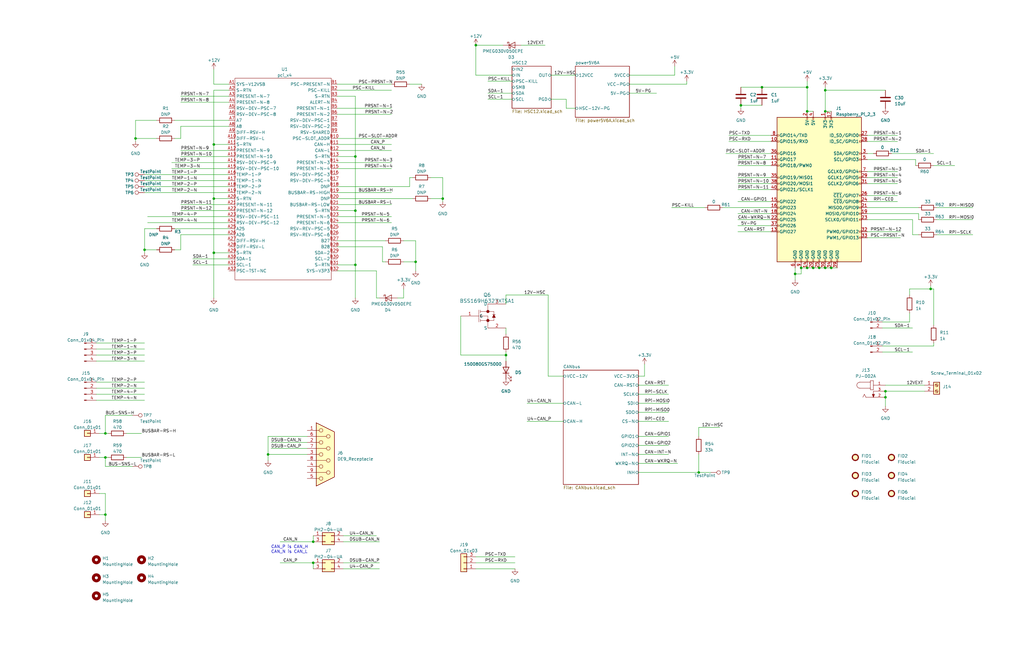
<source format=kicad_sch>
(kicad_sch (version 20231120) (generator "eeschema") (generator_version "8.0")
  (paper "B")
  (title_block (title "RP-PSC-FIXTURE") (date "2024-05-28") (rev "0") (company "TB4L") (comment 1 "hoangp@"))
  (junction (at 186.69 83.82))
  (junction (at 44.45 217.17))
  (junction (at 200.66 19.05))
  (junction (at 132.08 237.49))
  (junction (at 132.08 228.6))
  (junction (at 347.98 38.1))
  (junction (at 342.9 113.03))
  (junction (at 340.36 46.99))
  (junction (at 90.17 106.68))
  (junction (at 350.52 113.03))
  (junction (at 90.17 83.82))
  (junction (at 213.36 149.86))
  (junction (at 321.31 36.83))
  (junction (at 335.28 115.57))
  (junction (at 347.98 46.99))
  (junction (at 340.36 36.83))
  (junction (at 149.86 66.04))
  (junction (at 44.45 182.88))
  (junction (at 345.44 113.03))
  (junction (at 149.86 88.9))
  (junction (at 57.15 58.42))
  (junction (at 337.82 113.03))
  (junction (at 373.38 167.64))
  (junction (at 113.03 191.77))
  (junction (at 312.42 44.45))
  (junction (at 340.36 113.03))
  (junction (at 392.43 121.92))
  (junction (at 149.86 111.76))
  (junction (at 175.26 110.49))
  (junction (at 294.64 199.39))
  (junction (at 90.17 60.96))
  (junction (at 60.96 105.41))
  (junction (at 44.45 193.04))
  (junction (at 373.38 165.1))
  (junction (at 347.98 113.03))
  (wire (pts (xy 393.7 146.05) (xy 393.7 144.78)))
  (wire (pts (xy 158.75 114.3) (xy 158.75 125.73)))
  (wire (pts (xy 90.17 60.96) (xy 90.17 38.1)))
  (wire (pts (xy 170.18 110.49) (xy 175.26 110.49)))
  (wire (pts (xy 44.45 196.85) (xy 44.45 193.04)))
  (wire (pts (xy 347.98 38.1) (xy 347.98 36.83)))
  (wire (pts (xy 170.18 101.6) (xy 175.26 101.6)))
  (wire (pts (xy 60.96 105.41) (xy 60.96 106.68)))
  (wire (pts (xy 365.76 77.47) (xy 378.46 77.47)))
  (wire (pts (xy 149.86 66.04) (xy 149.86 40.64)))
  (wire (pts (xy 269.24 177.8) (xy 281.94 177.8)))
  (wire (pts (xy 342.9 46.99) (xy 340.36 46.99)))
  (wire (pts (xy 340.36 36.83) (xy 340.36 46.99)))
  (wire (pts (xy 60.96 73.66) (xy 96.52 73.66)))
  (wire (pts (xy 307.34 57.15) (xy 325.12 57.15)))
  (wire (pts (xy 142.24 58.42) (xy 165.1 58.42)))
  (wire (pts (xy 44.45 182.88) (xy 45.72 182.88)))
  (wire (pts (xy 142.24 104.14) (xy 161.29 104.14)))
  (wire (pts (xy 72.39 68.58) (xy 96.52 68.58)))
  (wire (pts (xy 213.36 128.27) (xy 213.36 124.46)))
  (wire (pts (xy 41.91 208.28) (xy 44.45 208.28)))
  (wire (pts (xy 232.41 31.75) (xy 242.57 31.75)))
  (wire (pts (xy 222.25 177.8) (xy 237.49 177.8)))
  (wire (pts (xy 213.36 149.86) (xy 213.36 148.59)))
  (wire (pts (xy 129.54 191.77) (xy 113.03 191.77)))
  (wire (pts (xy 307.34 59.69) (xy 325.12 59.69)))
  (wire (pts (xy 393.7 121.92) (xy 393.7 137.16)))
  (wire (pts (xy 90.17 106.68) (xy 90.17 83.82)))
  (wire (pts (xy 76.2 99.06) (xy 76.2 105.41)))
  (wire (pts (xy 142.24 86.36) (xy 165.1 86.36)))
  (wire (pts (xy 96.52 35.56) (xy 90.17 35.56)))
  (wire (pts (xy 383.54 135.89) (xy 383.54 132.08)))
  (wire (pts (xy 383.54 121.92) (xy 392.43 121.92)))
  (wire (pts (xy 175.26 101.6) (xy 175.26 110.49)))
  (wire (pts (xy 372.11 148.59) (xy 384.81 148.59)))
  (wire (pts (xy 269.24 199.39) (xy 294.64 199.39)))
  (wire (pts (xy 269.24 191.77) (xy 281.94 191.77)))
  (wire (pts (xy 40.64 168.91) (xy 60.96 168.91)))
  (wire (pts (xy 40.64 144.78) (xy 60.96 144.78)))
  (wire (pts (xy 113.03 184.15) (xy 113.03 191.77)))
  (wire (pts (xy 205.74 41.91) (xy 215.9 41.91)))
  (wire (pts (xy 142.24 114.3) (xy 158.75 114.3)))
  (wire (pts (xy 172.72 35.56) (xy 177.8 35.56)))
  (wire (pts (xy 222.25 170.18) (xy 237.49 170.18)))
  (wire (pts (xy 200.66 31.75) (xy 200.66 19.05)))
  (wire (pts (xy 311.15 92.71) (xy 325.12 92.71)))
  (wire (pts (xy 365.76 85.09) (xy 378.46 85.09)))
  (wire (pts (xy 311.15 77.47) (xy 325.12 77.47)))
  (wire (pts (xy 142.24 81.28) (xy 165.1 81.28)))
  (wire (pts (xy 365.76 82.55) (xy 378.46 82.55)))
  (wire (pts (xy 40.64 163.83) (xy 60.96 163.83)))
  (wire (pts (xy 44.45 217.17) (xy 44.45 219.71)))
  (wire (pts (xy 72.39 71.12) (xy 96.52 71.12)))
  (wire (pts (xy 90.17 35.56) (xy 90.17 29.21)))
  (wire (pts (xy 335.28 113.03) (xy 335.28 115.57)))
  (wire (pts (xy 269.24 170.18) (xy 281.94 170.18)))
  (wire (pts (xy 384.81 92.71) (xy 384.81 99.06)))
  (wire (pts (xy 142.24 60.96) (xy 165.1 60.96)))
  (wire (pts (xy 231.14 124.46) (xy 231.14 158.75)))
  (wire (pts (xy 365.76 97.79) (xy 379.73 97.79)))
  (wire (pts (xy 306.07 64.77) (xy 325.12 64.77)))
  (wire (pts (xy 129.54 184.15) (xy 113.03 184.15)))
  (wire (pts (xy 269.24 162.56) (xy 281.94 162.56)))
  (wire (pts (xy 375.92 64.77) (xy 393.7 64.77)))
  (wire (pts (xy 365.76 72.39) (xy 378.46 72.39)))
  (wire (pts (xy 62.23 91.44) (xy 96.52 91.44)))
  (wire (pts (xy 142.24 101.6) (xy 162.56 101.6)))
  (wire (pts (xy 340.36 113.03) (xy 337.82 113.03)))
  (wire (pts (xy 53.34 193.04) (xy 59.69 193.04)))
  (wire (pts (xy 76.2 43.18) (xy 96.52 43.18)))
  (wire (pts (xy 160.02 125.73) (xy 158.75 125.73)))
  (wire (pts (xy 41.91 182.88) (xy 44.45 182.88)))
  (wire (pts (xy 269.24 158.75) (xy 271.78 158.75)))
  (wire (pts (xy 321.31 36.83) (xy 340.36 36.83)))
  (wire (pts (xy 76.2 63.5) (xy 96.52 63.5)))
  (wire (pts (xy 365.76 74.93) (xy 378.46 74.93)))
  (wire (pts (xy 44.45 175.26) (xy 44.45 182.88)))
  (wire (pts (xy 200.66 240.03) (xy 217.17 240.03)))
  (wire (pts (xy 342.9 113.03) (xy 345.44 113.03)))
  (wire (pts (xy 40.64 147.32) (xy 60.96 147.32)))
  (wire (pts (xy 311.15 69.85) (xy 325.12 69.85)))
  (wire (pts (xy 311.15 67.31) (xy 325.12 67.31)))
  (wire (pts (xy 232.41 41.91) (xy 238.76 41.91)))
  (wire (pts (xy 238.76 41.91) (xy 238.76 45.72)))
  (wire (pts (xy 144.78 226.06) (xy 158.75 226.06)))
  (wire (pts (xy 142.24 71.12) (xy 165.1 71.12)))
  (wire (pts (xy 365.76 90.17) (xy 387.35 90.17)))
  (wire (pts (xy 194.31 133.35) (xy 194.31 149.86)))
  (wire (pts (xy 142.24 93.98) (xy 165.1 93.98)))
  (wire (pts (xy 238.76 45.72) (xy 242.57 45.72)))
  (wire (pts (xy 373.38 38.1) (xy 347.98 38.1)))
  (wire (pts (xy 90.17 125.73) (xy 90.17 106.68)))
  (wire (pts (xy 213.36 124.46) (xy 231.14 124.46)))
  (wire (pts (xy 144.78 240.03) (xy 160.02 240.03)))
  (wire (pts (xy 311.15 97.79) (xy 325.12 97.79)))
  (wire (pts (xy 96.52 83.82) (xy 90.17 83.82)))
  (wire (pts (xy 66.04 96.52) (xy 60.96 96.52)))
  (wire (pts (xy 311.15 74.93) (xy 325.12 74.93)))
  (wire (pts (xy 365.76 59.69) (xy 378.46 59.69)))
  (wire (pts (xy 167.64 125.73) (xy 170.18 125.73)))
  (wire (pts (xy 392.43 120.65) (xy 392.43 121.92)))
  (wire (pts (xy 132.08 226.06) (xy 132.08 228.6)))
  (wire (pts (xy 60.96 96.52) (xy 60.96 105.41)))
  (wire (pts (xy 372.11 138.43) (xy 384.81 138.43)))
  (wire (pts (xy 200.66 237.49) (xy 217.17 237.49)))
  (wire (pts (xy 44.45 193.04) (xy 45.72 193.04)))
  (wire (pts (xy 373.38 162.56) (xy 389.89 162.56)))
  (wire (pts (xy 265.43 35.56) (xy 289.56 35.56)))
  (wire (pts (xy 337.82 115.57) (xy 335.28 115.57)))
  (wire (pts (xy 265.43 39.37) (xy 276.86 39.37)))
  (wire (pts (xy 389.89 165.1) (xy 373.38 165.1)))
  (wire (pts (xy 60.96 78.74) (xy 96.52 78.74)))
  (wire (pts (xy 269.24 173.99) (xy 281.94 173.99)))
  (wire (pts (xy 76.2 66.04) (xy 96.52 66.04)))
  (wire (pts (xy 142.24 91.44) (xy 165.1 91.44)))
  (wire (pts (xy 73.66 58.42) (xy 76.2 58.42)))
  (wire (pts (xy 172.72 78.74) (xy 172.72 74.93)))
  (wire (pts (xy 129.54 186.69) (xy 114.3 186.69)))
  (wire (pts (xy 213.36 138.43) (xy 213.36 140.97)))
  (wire (pts (xy 144.78 237.49) (xy 160.02 237.49)))
  (wire (pts (xy 340.36 113.03) (xy 342.9 113.03)))
  (wire (pts (xy 175.26 110.49) (xy 175.26 114.3)))
  (wire (pts (xy 271.78 158.75) (xy 271.78 153.67)))
  (wire (pts (xy 312.42 44.45) (xy 321.31 44.45)))
  (wire (pts (xy 347.98 46.99) (xy 347.98 38.1)))
  (wire (pts (xy 55.88 175.26) (xy 44.45 175.26)))
  (wire (pts (xy 386.08 67.31) (xy 386.08 69.85)))
  (wire (pts (xy 186.69 74.93) (xy 186.69 83.82)))
  (wire (pts (xy 149.86 88.9) (xy 149.86 66.04)))
  (wire (pts (xy 142.24 78.74) (xy 172.72 78.74)))
  (wire (pts (xy 142.24 35.56) (xy 165.1 35.56)))
  (wire (pts (xy 142.24 111.76) (xy 149.86 111.76)))
  (wire (pts (xy 44.45 208.28) (xy 44.45 217.17)))
  (wire (pts (xy 76.2 53.34) (xy 96.52 53.34)))
  (wire (pts (xy 269.24 184.15) (xy 281.94 184.15)))
  (wire (pts (xy 170.18 125.73) (xy 170.18 121.92)))
  (wire (pts (xy 62.23 93.98) (xy 96.52 93.98)))
  (wire (pts (xy 57.15 50.8) (xy 57.15 58.42)))
  (wire (pts (xy 66.04 105.41) (xy 60.96 105.41)))
  (wire (pts (xy 118.11 237.49) (xy 132.08 237.49)))
  (wire (pts (xy 394.97 92.71) (xy 410.21 92.71)))
  (wire (pts (xy 96.52 96.52) (xy 73.66 96.52)))
  (wire (pts (xy 96.52 99.06) (xy 76.2 99.06)))
  (wire (pts (xy 365.76 64.77) (xy 368.3 64.77)))
  (wire (pts (xy 149.86 40.64) (xy 142.24 40.64)))
  (wire (pts (xy 294.64 180.34) (xy 303.53 180.34)))
  (wire (pts (xy 311.15 90.17) (xy 325.12 90.17)))
  (wire (pts (xy 372.11 146.05) (xy 393.7 146.05)))
  (wire (pts (xy 335.28 115.57) (xy 335.28 118.11)))
  (wire (pts (xy 142.24 63.5) (xy 165.1 63.5)))
  (wire (pts (xy 205.74 39.37) (xy 215.9 39.37)))
  (wire (pts (xy 142.24 45.72) (xy 165.1 45.72)))
  (wire (pts (xy 144.78 228.6) (xy 160.02 228.6)))
  (wire (pts (xy 81.28 111.76) (xy 96.52 111.76)))
  (wire (pts (xy 113.03 191.77) (xy 113.03 194.31)))
  (wire (pts (xy 194.31 149.86) (xy 213.36 149.86)))
  (wire (pts (xy 237.49 158.75) (xy 231.14 158.75)))
  (wire (pts (xy 186.69 83.82) (xy 186.69 85.09)))
  (wire (pts (xy 200.66 234.95) (xy 217.17 234.95)))
  (wire (pts (xy 40.64 149.86) (xy 60.96 149.86)))
  (wire (pts (xy 393.7 69.85) (xy 402.59 69.85)))
  (wire (pts (xy 383.54 121.92) (xy 383.54 124.46)))
  (wire (pts (xy 311.15 80.01) (xy 325.12 80.01)))
  (wire (pts (xy 181.61 83.82) (xy 186.69 83.82)))
  (wire (pts (xy 365.76 67.31) (xy 386.08 67.31)))
  (wire (pts (xy 161.29 104.14) (xy 161.29 110.49)))
  (wire (pts (xy 66.04 50.8) (xy 57.15 50.8)))
  (wire (pts (xy 299.72 199.39) (xy 294.64 199.39)))
  (wire (pts (xy 372.11 135.89) (xy 383.54 135.89)))
  (wire (pts (xy 161.29 110.49) (xy 162.56 110.49)))
  (wire (pts (xy 76.2 40.64) (xy 96.52 40.64)))
  (wire (pts (xy 142.24 38.1) (xy 165.1 38.1)))
  (wire (pts (xy 205.74 34.29) (xy 215.9 34.29)))
  (wire (pts (xy 365.76 57.15) (xy 378.46 57.15)))
  (wire (pts (xy 40.64 161.29) (xy 60.96 161.29)))
  (wire (pts (xy 312.42 36.83) (xy 321.31 36.83)))
  (wire (pts (xy 269.24 187.96) (xy 281.94 187.96)))
  (wire (pts (xy 365.76 100.33) (xy 379.73 100.33)))
  (wire (pts (xy 373.38 165.1) (xy 373.38 167.64)))
  (wire (pts (xy 213.36 152.4) (xy 213.36 149.86)))
  (wire (pts (xy 60.96 81.28) (xy 96.52 81.28)))
  (wire (pts (xy 90.17 38.1) (xy 96.52 38.1)))
  (wire (pts (xy 57.15 58.42) (xy 57.15 59.69)))
  (wire (pts (xy 142.24 88.9) (xy 149.86 88.9)))
  (wire (pts (xy 269.24 166.37) (xy 281.94 166.37)))
  (wire (pts (xy 76.2 88.9) (xy 96.52 88.9)))
  (wire (pts (xy 90.17 83.82) (xy 90.17 60.96)))
  (wire (pts (xy 297.18 87.63) (xy 283.21 87.63)))
  (wire (pts (xy 142.24 83.82) (xy 173.99 83.82)))
  (wire (pts (xy 96.52 50.8) (xy 73.66 50.8)))
  (wire (pts (xy 41.91 193.04) (xy 44.45 193.04)))
  (wire (pts (xy 311.15 95.25) (xy 325.12 95.25)))
  (wire (pts (xy 284.48 31.75) (xy 284.48 27.94)))
  (wire (pts (xy 269.24 195.58) (xy 285.75 195.58)))
  (wire (pts (xy 347.98 113.03) (xy 350.52 113.03)))
  (wire (pts (xy 350.52 113.03) (xy 353.06 113.03)))
  (wire (pts (xy 200.66 31.75) (xy 215.9 31.75)))
  (wire (pts (xy 365.76 87.63) (xy 387.35 87.63)))
  (wire (pts (xy 219.71 19.05) (xy 229.87 19.05)))
  (wire (pts (xy 392.43 121.92) (xy 393.7 121.92)))
  (wire (pts (xy 365.76 92.71) (xy 384.81 92.71)))
  (wire (pts (xy 294.64 184.15) (xy 294.64 180.34)))
  (wire (pts (xy 60.96 76.2) (xy 96.52 76.2)))
  (wire (pts (xy 81.28 109.22) (xy 96.52 109.22)))
  (wire (pts (xy 66.04 58.42) (xy 57.15 58.42)))
  (wire (pts (xy 312.42 45.72) (xy 312.42 44.45)))
  (wire (pts (xy 311.15 85.09) (xy 325.12 85.09)))
  (wire (pts (xy 76.2 105.41) (xy 73.66 105.41)))
  (wire (pts (xy 40.64 166.37) (xy 60.96 166.37)))
  (wire (pts (xy 294.64 191.77) (xy 294.64 199.39)))
  (wire (pts (xy 384.81 99.06) (xy 387.35 99.06)))
  (wire (pts (xy 337.82 113.03) (xy 337.82 115.57)))
  (wire (pts (xy 265.43 31.75) (xy 284.48 31.75)))
  (wire (pts (xy 149.86 125.73) (xy 149.86 111.76)))
  (wire (pts (xy 76.2 53.34) (xy 76.2 58.42)))
  (wire (pts (xy 387.35 90.17) (xy 387.35 92.71)))
  (wire (pts (xy 350.52 46.99) (xy 347.98 46.99)))
  (wire (pts (xy 394.97 99.06) (xy 410.21 99.06)))
  (wire (pts (xy 118.11 228.6) (xy 132.08 228.6)))
  (wire (pts (xy 96.52 60.96) (xy 90.17 60.96)))
  (wire (pts (xy 129.54 189.23) (xy 114.3 189.23)))
  (wire (pts (xy 40.64 152.4) (xy 60.96 152.4)))
  (wire (pts (xy 142.24 66.04) (xy 149.86 66.04)))
  (wire (pts (xy 345.44 113.03) (xy 347.98 113.03)))
  (wire (pts (xy 340.36 34.29) (xy 340.36 36.83)))
  (wire (pts (xy 41.91 217.17) (xy 44.45 217.17)))
  (wire (pts (xy 142.24 68.58) (xy 165.1 68.58)))
  (wire (pts (xy 289.56 35.56) (xy 289.56 34.29)))
  (wire (pts (xy 149.86 111.76) (xy 149.86 88.9)))
  (wire (pts (xy 53.34 182.88) (xy 59.69 182.88)))
  (wire (pts (xy 172.72 74.93) (xy 173.99 74.93)))
  (wire (pts (xy 373.38 167.64) (xy 373.38 171.45)))
  (wire (pts (xy 96.52 106.68) (xy 90.17 106.68)))
  (wire (pts (xy 76.2 86.36) (xy 96.52 86.36)))
  (wire (pts (xy 304.8 87.63) (xy 325.12 87.63)))
  (wire (pts (xy 132.08 240.03) (xy 132.08 237.49)))
  (wire (pts (xy 181.61 74.93) (xy 186.69 74.93)))
  (wire (pts (xy 394.97 87.63) (xy 410.21 87.63)))
  (wire (pts (xy 142.24 48.26) (xy 165.1 48.26)))
  (wire (pts (xy 55.88 196.85) (xy 44.45 196.85)))
  (wire (pts (xy 212.09 19.05) (xy 200.66 19.05)))
  (text "CAN_P is CAN_H\nCAN_N is CAN_L" (at 114.3 233.68 0) (effects (font (size 1.27 1.27)) (justify left bottom)))
  (label "U4-CAN_N" (at 222.25 170.18 0))
  (label "12VEXT" (at 382.27 162.56 0))
  (label "SCL-1" (at 394.97 69.85 0))
  (label "PRSNT-N-6" (at 152.4 93.98 0))
  (label "PSC-SLOT-ADDR" (at 306.07 64.77 0))
  (label "TEMP-1-P" (at 46.99 144.78 0))
  (label "PSC-KILL" (at 283.21 87.63 0))
  (label "SDA-1" (at 205.74 39.37 0))
  (label "PRSNT-N-8" (at 76.2 43.18 0))
  (label "TEMP-3-N" (at 73.66 71.12 0))
  (label "TEMP-1-P" (at 72.39 73.66 0))
  (label "BUSBAR-RS-H" (at 59.69 182.88 0))
  (label "RPi-MOSI0" (at 271.78 170.18 0))
  (label "PRSNT-N-1" (at 368.3 57.15 0))
  (label "12V-HSC" (at 220.98 124.46 0))
  (label "RPi-CE0" (at 368.3 85.09 0))
  (label "TEMP-1-N" (at 72.39 76.2 0))
  (label "DSUB-CAN_P" (at 114.3 189.23 0))
  (label "CAN_P" (at 156.21 60.96 0))
  (label "CAN-RST" (at 313.69 97.79 0))
  (label "PRSNT-N-12" (at 367.03 97.79 0))
  (label "TEMP-2-P" (at 72.39 78.74 0))
  (label "PRSNT-N-11" (at 76.2 86.36 0))
  (label "PRSNT-N-4" (at 153.67 71.12 0))
  (label "TEMP-4-N" (at 72.39 93.98 0))
  (label "BUSBAR-RS-H" (at 151.13 81.28 0))
  (label "RPi-MISO0" (at 271.78 173.99 0))
  (label "SCL-1" (at 205.74 41.91 0))
  (label "CAN_P" (at 119.38 237.49 0))
  (label "PRSNT-N-8" (at 311.15 69.85 0))
  (label "U4-CAN_P" (at 222.25 177.8 0))
  (label "PSC-TXD" (at 307.34 57.15 0))
  (label "PRSNT-N-1" (at 153.67 45.72 0))
  (label "CAN-WKRQ-N" (at 311.15 92.71 0))
  (label "CAN-GPIO1" (at 312.42 85.09 0))
  (label "TEMP-3-P" (at 73.66 68.58 0))
  (label "PRSNT-N-2" (at 153.8639 48.26 0))
  (label "PRSNT-N-7" (at 76.2 40.64 0))
  (label "CAN_N" (at 156.21 63.5 0))
  (label "PSC-KILL" (at 148.59 38.1 0))
  (label "BUSBAR-RS-L" (at 59.69 193.04 0))
  (label "12V-HSC" (at 295.91 180.34 0))
  (label "BUSBAR-RS-L" (at 151.13 86.36 0))
  (label "PRSNT-N-10" (at 76.2 66.04 0))
  (label "SCL-1" (at 377.19 148.59 0))
  (label "SDA-1" (at 386.08 64.77 0))
  (label "CAN-GPIO2" (at 271.78 187.96 0))
  (label "SDA-1" (at 81.28 109.22 0))
  (label "PSC-RXD" (at 204.47 237.49 0))
  (label "5V-PG" (at 312.42 95.25 0))
  (label "RPi-MOSI0" (at 400.05 92.71 0))
  (label "PSC-PRSNT-N" (at 151.13 35.56 0))
  (label "TEMP-2-N" (at 46.99 163.83 0))
  (label "PRSNT-N-12" (at 76.2 88.9 0))
  (label "PRSNT-N-9" (at 76.2 63.5 0))
  (label "U4-CAN_N" (at 147.32 226.06 0))
  (label "RPi-SCLK" (at 400.05 99.06 0))
  (label "TEMP-2-P" (at 46.99 161.29 0))
  (label "CAN-INT-N" (at 271.78 191.77 0))
  (label "PSC-RXD" (at 307.34 59.69 0))
  (label "12V-HSC" (at 233.68 31.75 0))
  (label "TEMP-4-P" (at 72.39 91.44 0))
  (label "TEMP-1-N" (at 46.99 147.32 0))
  (label "PRSNT-N-9" (at 311.15 74.93 0))
  (label "PRSNT-N-7" (at 311.15 67.31 0))
  (label "PRSNT-N-2" (at 368.3 59.69 0))
  (label "CAN-GPIO1" (at 271.78 184.15 0))
  (label "PRSNT-N-5" (at 152.4 91.44 0))
  (label "CAN-INT-N" (at 312.42 90.17 0))
  (label "12VEXT" (at 222.25 19.05 0))
  (label "CAN-WKRQ-N" (at 271.78 195.58 0))
  (label "SCL-1" (at 81.28 111.76 0))
  (label "PRSNT-N-10" (at 311.15 77.47 0))
  (label "RPi-MISO0" (at 400.05 87.63 0))
  (label "PRSNT-N-3" (at 368.3 72.39 0))
  (label "PRSNT-N-6" (at 368.3 82.55 0))
  (label "BUS-SNS-L" (at 45.72 196.85 0))
  (label "TEMP-3-P" (at 46.99 149.86 0))
  (label "PRSNT-N-11" (at 311.15 80.01 0))
  (label "PRSNT-N-3" (at 153.67 68.58 0))
  (label "DSUB-CAN_N" (at 147.32 228.6 0))
  (label "PSC-KILL" (at 205.74 34.29 0))
  (label "DSUB-CAN_N" (at 114.3 186.69 0))
  (label "PSC-SLOT-ADDR" (at 151.13 58.42 0))
  (label "BUS-SNS-H" (at 44.45 175.26 0))
  (label "DSUB-CAN_P" (at 147.32 237.49 0))
  (label "PRSNT-N-5" (at 368.3 77.47 0))
  (label "5V-PG" (at 267.97 39.37 0))
  (label "PSC-PRSNT-N" (at 367.03 100.33 0))
  (label "TEMP-4-N" (at 46.99 168.91 0))
  (label "RPi-SCLK" (at 271.78 166.37 0))
  (label "TEMP-4-P" (at 46.99 166.37 0))
  (label "PRSNT-N-4" (at 368.3 74.93 0))
  (label "CAN_N" (at 119.38 228.6 0))
  (label "RPi-CE0" (at 271.78 177.8 0))
  (label "SDA-1" (at 377.19 138.43 0))
  (label "PSC-TXD" (at 204.47 234.95 0))
  (label "CAN-RST" (at 271.78 162.56 0))
  (label "TEMP-2-N" (at 72.39 81.28 0))
  (label "TEMP-3-N" (at 46.99 152.4 0))
  (label "U4-CAN_P" (at 147.32 240.03 0))
  (symbol (lib_id "Connector:Raspberry_Pi_2_3") (at 345.44 80.01 0) (unit 1)
    (property "Reference" "J1" (at 352.4759 45.72 0) (effects (justify left)))
    (property "Value" "Raspberry_Pi_2_3" (at 352.4759 48.26 0) (effects (justify left)))
    (property "Footprint" "raspberryPi:raspberryPiSocket" (effects (hide yes)))
    (property "Datasheet" "https://www.raspberrypi.org/documentation/hardware/raspberrypi/schematics/rpi_SCH_3bplus_1p0_reduced.pdf" (effects (hide yes)))
  )
  (symbol (lib_id "power:GND") (at 175.26 114.3 0) (unit 1)
    (property "Reference" "#PWR09" (effects (hide yes)))
    (property "Value" "GND" (at 175.26 119.38 0))
  )
  (symbol (lib_id "Device:R") (at 383.54 128.27 180) (unit 1)
    (property "Reference" "R10" (at 386.08 127.635 0) (effects (justify right)))
    (property "Value" "1k" (at 386.08 130.175 0) (effects (justify right)))
    (property "Footprint" "Resistor_SMD:R_0603_1608Metric_Pad0.98x0.95mm_HandSolder" (effects (hide yes)))
  )
  (symbol (lib_id "power:GND") (at 217.17 240.03 0) (unit 1)
    (property "Reference" "#PWR032" (effects (hide yes)))
    (property "Value" "GND" (at 217.17 245.11 0))
  )
  (symbol (lib_id "power:GND") (at 186.69 85.09 0) (unit 1)
    (property "Reference" "#PWR010" (effects (hide yes)))
    (property "Value" "GND" (at 186.69 90.17 0))
  )
  (symbol (lib_id "power:+3.3V") (at 289.56 34.29 0) (unit 1)
    (property "Reference" "#PWR012" (effects (hide yes)))
    (property "Value" "+3.3V" (at 289.56 30.48 0))
  )
  (symbol (lib_id "Connector_Generic:Conn_01x01") (at 36.83 217.17 180) (unit 1)
    (property "Reference" "J12" (at 36.83 212.09 0))
    (property "Value" "Conn_01x01" (at 36.83 214.63 0))
    (property "Footprint" "Connector_PinHeader_2.54mm:PinHeader_1x01_P2.54mm_Vertical" (effects (hide yes)))
  )
  (symbol (lib_id "Diode:PMEG030V050EPD") (at 215.9 19.05 0) (unit 1)
    (property "Reference" "D3" (at 215.5825 24.13 0))
    (property "Value" "PMEG030V050EPE" (at 212.09 21.59 0))
    (property "Footprint" "Package_TO_SOT_SMD:Nexperia_CFP15_SOT-1289" (effects (hide yes)))
    (property "Datasheet" "https://assets.nexperia.com/documents/data-sheet/PMEG030V050EPD.pdf" (effects (hide yes)))
  )
  (symbol (lib_id "power:+12V") (at 90.17 29.21 0) (unit 1)
    (property "Reference" "#PWR06" (effects (hide yes)))
    (property "Value" "+12V" (at 90.17 25.4 0))
  )
  (symbol (lib_id "power:GND") (at 213.36 160.02 0) (unit 1)
    (property "Reference" "#PWR042" (effects (hide yes)))
    (property "Value" "GND" (at 213.36 165.1 0))
  )
  (symbol (lib_id "Connector:TestPoint") (at 60.96 76.2 90) (unit 1)
    (property "Reference" "TP4" (at 54.61 76.2 90))
    (property "Value" "TestPoint" (at 63.5 74.93 90))
    (property "Footprint" "TestPoint:TestPoint_Pad_1.0x1.0mm" (effects (hide yes)))
  )
  (symbol (lib_id "Device:C") (at 373.38 41.91 180) (unit 1)
    (property "Reference" "C30" (at 377.19 41.275 0) (effects (justify right)))
    (property "Value" "10uF" (at 377.19 43.815 0) (effects (justify right)))
    (property "Footprint" "Capacitor_SMD:C_0603_1608Metric_Pad1.08x0.95mm_HandSolder" (effects (hide yes)))
    (property "Voltage" "16V" (effects (hide yes)))
  )
  (symbol (lib_id "power:+5V") (at 340.36 34.29 0) (unit 1)
    (property "Reference" "#PWR04" (effects (hide yes)))
    (property "Value" "+5V" (at 340.36 30.48 0))
  )
  (symbol (lib_id "Device:R") (at 69.85 58.42 90) (unit 1)
    (property "Reference" "R2" (at 69.85 53.34 90))
    (property "Value" "DNP" (at 69.85 55.88 90))
    (property "Footprint" "Resistor_SMD:R_0603_1608Metric_Pad0.98x0.95mm_HandSolder" (effects (hide yes)))
  )
  (symbol (lib_id "Mechanical:Fiducial") (at 375.92 200.66 0) (unit 1)
    (property "Reference" "FID4" (at 378.46 200.025 0) (effects (justify left)))
    (property "Value" "Fiducial" (at 378.46 202.565 0) (effects (justify left)))
    (property "Footprint" "Fiducial:Fiducial_1.5mm_Mask3mm" (effects (hide yes)))
  )
  (symbol (lib_id "Device:R") (at 168.91 35.56 90) (unit 1)
    (property "Reference" "R55" (at 168.91 30.48 90))
    (property "Value" "DNP" (at 168.91 33.02 90))
    (property "Footprint" "Resistor_SMD:R_0603_1608Metric_Pad0.98x0.95mm_HandSolder" (effects (hide yes)))
  )
  (symbol (lib_id "Device:R") (at 49.53 193.04 270) (unit 1)
    (property "Reference" "R59" (at 49.53 187.96 90))
    (property "Value" "470" (at 49.53 190.5 90))
    (property "Footprint" "Resistor_SMD:R_0805_2012Metric_Pad1.20x1.40mm_HandSolder" (effects (hide yes)))
  )
  (symbol (lib_id "Connector_Generic:Conn_02x02_Odd_Even") (at 137.16 237.49 0) (unit 1)
    (property "Reference" "J7" (at 138.43 232.41 0))
    (property "Value" "PH2-04-UA" (at 138.43 234.95 0))
    (property "Footprint" "Connector_PinHeader_2.54mm:PinHeader_2x02_P2.54mm_Vertical" (effects (hide yes)))
  )
  (symbol (lib_id "Connector:TestPoint") (at 60.96 78.74 90) (unit 1)
    (property "Reference" "TP5" (at 54.61 78.74 90))
    (property "Value" "TestPoint" (at 63.5 77.47 90))
    (property "Footprint" "TestPoint:TestPoint_Pad_1.0x1.0mm" (effects (hide yes)))
  )
  (symbol (lib_id "Connector:Conn_01x04_Pin") (at 35.56 147.32 0) (unit 1)
    (property "Reference" "J9" (at 36.195 140.97 0))
    (property "Value" "Conn_01x04_Pin" (at 36.195 143.51 0))
    (property "Footprint" "Connector_PinHeader_2.54mm:PinHeader_1x04_P2.54mm_Vertical" (effects (hide yes)))
  )
  (symbol (lib_id "Connector:DE9_Receptacle") (at 137.16 191.77 0) (unit 1)
    (property "Reference" "J6" (at 142.24 191.135 0) (effects (justify left)))
    (property "Value" "DE9_Receptacle" (at 142.24 193.675 0) (effects (justify left)))
    (property "Footprint" "Connector_Dsub:DSUB-9_Female_Horizontal_P2.77x2.84mm_EdgePinOffset7.70mm_Housed_MountingHolesOffset9.12mm" (effects (hide yes)))
    (property "Datasheet" " ~" (effects (hide yes)))
  )
  (symbol (lib_id "power:GND") (at 149.86 125.73 0) (unit 1)
    (property "Reference" "#PWR02" (effects (hide yes)))
    (property "Value" "GND" (at 149.86 130.81 0))
  )
  (symbol (lib_id "Connector:Conn_01x04_Pin") (at 35.56 163.83 0) (unit 1)
    (property "Reference" "J15" (at 36.195 157.48 0))
    (property "Value" "Conn_01x04_Pin" (at 36.195 160.02 0))
    (property "Footprint" "Connector_PinHeader_2.54mm:PinHeader_1x04_P2.54mm_Vertical" (effects (hide yes)))
  )
  (symbol (lib_id "Mechanical:Fiducial") (at 360.68 193.04 0) (unit 1)
    (property "Reference" "FID1" (at 363.22 192.405 0) (effects (justify left)))
    (property "Value" "Fiducial" (at 363.22 194.945 0) (effects (justify left)))
    (property "Footprint" "Fiducial:Fiducial_1.5mm_Mask3mm" (effects (hide yes)))
  )
  (symbol (lib_id "Device:C") (at 312.42 40.64 180) (unit 1)
    (property "Reference" "C2" (at 316.23 40.005 0) (effects (justify right)))
    (property "Value" "1uF" (at 316.23 42.545 0) (effects (justify right)))
    (property "Footprint" "Capacitor_SMD:C_0805_2012Metric_Pad1.18x1.45mm_HandSolder" (effects (hide yes)))
    (property "Voltage" "16V" (effects (hide yes)))
  )
  (symbol (lib_id "power:+12V") (at 200.66 19.05 0) (unit 1)
    (property "Reference" "#PWR016" (effects (hide yes)))
    (property "Value" "+12V" (at 200.66 15.24 0))
  )
  (symbol (lib_id "Connector:TestPoint") (at 299.72 199.39 270) (unit 1)
    (property "Reference" "TP9" (at 306.07 199.39 90))
    (property "Value" "TestPoint" (at 297.18 200.66 90))
    (property "Footprint" "TestPoint:TestPoint_THTPad_D2.0mm_Drill1.0mm" (effects (hide yes)))
  )
  (symbol (lib_id "Device:R") (at 294.64 187.96 180) (unit 1)
    (property "Reference" "R54" (at 297.18 187.325 0) (effects (justify right)))
    (property "Value" "33k" (at 297.18 189.865 0) (effects (justify right)))
    (property "Footprint" "Resistor_SMD:R_0603_1608Metric_Pad0.98x0.95mm_HandSolder" (effects (hide yes)))
  )
  (symbol (lib_id "power:+5V") (at 284.48 27.94 0) (unit 1)
    (property "Reference" "#PWR017" (effects (hide yes)))
    (property "Value" "+5V" (at 284.48 24.13 0))
  )
  (symbol (lib_id "Connector:TestPoint") (at 60.96 73.66 90) (unit 1)
    (property "Reference" "TP3" (at 54.61 73.66 90))
    (property "Value" "TestPoint" (at 63.5 72.39 90))
    (property "Footprint" "TestPoint:TestPoint_Pad_1.0x1.0mm" (effects (hide yes)))
  )
  (symbol (lib_id "Device:R") (at 393.7 140.97 180) (unit 1)
    (property "Reference" "R11" (at 396.24 140.335 0) (effects (justify right)))
    (property "Value" "1k" (at 396.24 142.875 0) (effects (justify right)))
    (property "Footprint" "Resistor_SMD:R_0603_1608Metric_Pad0.98x0.95mm_HandSolder" (effects (hide yes)))
  )
  (symbol (lib_id "Device:R") (at 69.85 105.41 90) (unit 1)
    (property "Reference" "R4" (at 69.85 100.33 90))
    (property "Value" "DNP" (at 69.85 102.87 90))
    (property "Footprint" "Resistor_SMD:R_0603_1608Metric_Pad0.98x0.95mm_HandSolder" (effects (hide yes)))
  )
  (symbol (lib_id "Device:R") (at 166.37 101.6 90) (unit 1)
    (property "Reference" "R5" (at 166.37 96.52 90))
    (property "Value" "DNP" (at 166.37 99.06 90))
    (property "Footprint" "Resistor_SMD:R_0603_1608Metric_Pad0.98x0.95mm_HandSolder" (effects (hide yes)))
  )
  (symbol (lib_id "Device:R") (at 69.85 96.52 90) (unit 1)
    (property "Reference" "R3" (at 74.93 97.79 90))
    (property "Value" "DNP" (at 64.77 99.06 90))
    (property "Footprint" "Resistor_SMD:R_0603_1608Metric_Pad0.98x0.95mm_HandSolder" (effects (hide yes)))
  )
  (symbol (lib_id "Connector_Generic:Conn_01x01") (at 36.83 208.28 180) (unit 1)
    (property "Reference" "J11" (at 36.83 203.2 0))
    (property "Value" "Conn_01x01" (at 36.83 205.74 0))
    (property "Footprint" "Connector_PinHeader_2.54mm:PinHeader_1x01_P2.54mm_Vertical" (effects (hide yes)))
  )
  (symbol (lib_id "power:+3.3V") (at 170.18 121.92 0) (unit 1)
    (property "Reference" "#PWR014" (effects (hide yes)))
    (property "Value" "+3.3V" (at 170.18 118.11 0))
  )
  (symbol (lib_id "Device:R") (at 389.89 69.85 270) (unit 1)
    (property "Reference" "R60" (at 389.89 72.39 90))
    (property "Value" "0" (at 389.89 67.31 90))
    (property "Footprint" "Resistor_SMD:R_0603_1608Metric_Pad0.98x0.95mm_HandSolder" (effects (hide yes)))
  )
  (symbol (lib_id "Device:R") (at 300.99 87.63 270) (unit 1)
    (property "Reference" "R61" (at 306.07 86.36 90))
    (property "Value" "0" (at 300.99 85.09 90))
    (property "Footprint" "Resistor_SMD:R_0603_1608Metric_Pad0.98x0.95mm_HandSolder" (effects (hide yes)))
  )
  (symbol (lib_id "power:GND") (at 90.17 125.73 0) (unit 1)
    (property "Reference" "#PWR03" (effects (hide yes)))
    (property "Value" "GND" (at 90.17 130.81 0))
  )
  (symbol (lib_id "Device:R") (at 166.37 110.49 90) (unit 1)
    (property "Reference" "R6" (at 166.37 105.41 90))
    (property "Value" "DNP" (at 166.37 107.95 90))
    (property "Footprint" "Resistor_SMD:R_0603_1608Metric_Pad0.98x0.95mm_HandSolder" (effects (hide yes)))
  )
  (symbol (lib_id "Mechanical:Fiducial") (at 375.92 193.04 0) (unit 1)
    (property "Reference" "FID2" (at 378.46 192.405 0) (effects (justify left)))
    (property "Value" "Fiducial" (at 378.46 194.945 0) (effects (justify left)))
    (property "Footprint" "Fiducial:Fiducial_1.5mm_Mask3mm" (effects (hide yes)))
  )
  (symbol (lib_id "Connector_Generic:Conn_01x03") (at 195.58 237.49 180) (unit 1)
    (property "Reference" "J19" (at 195.58 229.87 0))
    (property "Value" "Conn_01x03" (at 195.58 232.41 0))
    (property "Footprint" "Connector_PinHeader_2.54mm:PinHeader_1x03_P2.54mm_Vertical" (effects (hide yes)))
  )
  (symbol (lib_id "Device:C") (at 321.31 40.64 180) (unit 1)
    (property "Reference" "C1" (at 325.12 40.005 0) (effects (justify right)))
    (property "Value" "1uF" (at 325.12 42.545 0) (effects (justify right)))
    (property "Footprint" "Capacitor_SMD:C_0805_2012Metric_Pad1.18x1.45mm_HandSolder" (effects (hide yes)))
    (property "Voltage" "16V" (effects (hide yes)))
  )
  (symbol (lib_id "Device:R") (at 391.16 92.71 270) (unit 1)
    (property "Reference" "R63" (at 396.24 91.44 90))
    (property "Value" "33" (at 391.16 90.17 90))
    (property "Footprint" "Resistor_SMD:R_0603_1608Metric_Pad0.98x0.95mm_HandSolder" (effects (hide yes)))
  )
  (symbol (lib_id "Device:R") (at 391.16 87.63 270) (unit 1)
    (property "Reference" "R62" (at 396.24 86.36 90))
    (property "Value" "33" (at 391.16 85.09 90))
    (property "Footprint" "Resistor_SMD:R_0603_1608Metric_Pad0.98x0.95mm_HandSolder" (effects (hide yes)))
  )
  (symbol (lib_id "Mechanical:MountingHole") (at 40.64 251.46 0) (unit 1)
    (property "Reference" "H5" (at 43.18 250.825 0) (effects (justify left)))
    (property "Value" "MountingHole" (at 43.18 253.365 0) (effects (justify left)))
    (property "Footprint" "MountingHole:MountingHole_3.2mm_M3_ISO14580_Pad" (effects (hide yes)))
  )
  (symbol (lib_id "Device:R") (at 391.16 99.06 270) (unit 1)
    (property "Reference" "R64" (at 396.24 97.79 90))
    (property "Value" "33" (at 391.16 96.52 90))
    (property "Footprint" "Resistor_SMD:R_0603_1608Metric_Pad0.98x0.95mm_HandSolder" (effects (hide yes)))
  )
  (symbol (lib_id "Mechanical:Fiducial") (at 360.68 200.66 0) (unit 1)
    (property "Reference" "FID3" (at 363.22 200.025 0) (effects (justify left)))
    (property "Value" "Fiducial" (at 363.22 202.565 0) (effects (justify left)))
    (property "Footprint" "Fiducial:Fiducial_1.5mm_Mask3mm" (effects (hide yes)))
  )
  (symbol (lib_id "Connector:TestPoint") (at 55.88 175.26 270) (unit 1)
    (property "Reference" "TP7" (at 62.23 175.26 90))
    (property "Value" "TestPoint" (at 63.5 177.8 90))
    (property "Footprint" "TestPoint:TestPoint_Pad_1.0x1.0mm" (effects (hide yes)))
  )
  (symbol (lib_id "Device:R") (at 177.8 74.93 90) (unit 1)
    (property "Reference" "R8" (at 177.8 69.85 90))
    (property "Value" "DNP" (at 177.8 72.39 90))
    (property "Footprint" "Resistor_SMD:R_0603_1608Metric_Pad0.98x0.95mm_HandSolder" (effects (hide yes)))
  )
  (symbol (lib_id "power:GND") (at 113.03 194.31 0) (unit 1)
    (property "Reference" "#PWR035" (effects (hide yes)))
    (property "Value" "GND" (at 113.03 199.39 0))
  )
  (symbol (lib_id "power:GND") (at 44.45 219.71 0) (unit 1)
    (property "Reference" "#PWR047" (effects (hide yes)))
    (property "Value" "GND" (at 44.45 224.79 0))
  )
  (symbol (lib_id "Mechanical:MountingHole") (at 59.69 243.84 0) (unit 1)
    (property "Reference" "H4" (at 62.23 243.205 0) (effects (justify left)))
    (property "Value" "MountingHole" (at 62.23 245.745 0) (effects (justify left)))
    (property "Footprint" "MountingHole:MountingHole_3.2mm_M3_ISO14580_Pad" (effects (hide yes)))
  )
  (symbol (lib_id "power:GND") (at 373.38 171.45 0) (unit 1)
    (property "Reference" "#PWR043" (effects (hide yes)))
    (property "Value" "GND" (at 373.38 176.53 0))
  )
  (symbol (lib_id "Connector_Generic:Conn_01x01") (at 36.83 182.88 180) (unit 1)
    (property "Reference" "J16" (at 36.83 177.8 0))
    (property "Value" "Conn_01x01" (at 36.83 180.34 0))
    (property "Footprint" "Connector_PinHeader_2.54mm:PinHeader_1x01_P2.54mm_Vertical" (effects (hide yes)))
  )
  (symbol (lib_id "Connector_Generic:Conn_02x02_Odd_Even") (at 137.16 226.06 0) (unit 1)
    (property "Reference" "J8" (at 138.43 220.98 0))
    (property "Value" "PH2-04-UA" (at 138.43 223.52 0))
    (property "Footprint" "Connector_PinHeader_2.54mm:PinHeader_2x02_P2.54mm_Vertical" (effects (hide yes)))
  )
  (symbol (lib_id "power:+3.3V") (at 347.98 36.83 0) (unit 1)
    (property "Reference" "#PWR033" (effects (hide yes)))
    (property "Value" "+3.3V" (at 347.98 33.02 0))
  )
  (symbol (lib_id "Device:R") (at 213.36 144.78 180) (unit 1)
    (property "Reference" "R56" (at 215.9 144.145 0) (effects (justify right)))
    (property "Value" "470" (at 215.9 146.685 0) (effects (justify right)))
    (property "Footprint" "Resistor_SMD:R_0805_2012Metric_Pad1.20x1.40mm_HandSolder" (effects (hide yes)))
  )
  (symbol (lib_id "power:GND") (at 57.15 59.69 0) (unit 1)
    (property "Reference" "#PWR07" (effects (hide yes)))
    (property "Value" "GND" (at 57.15 64.77 0))
  )
  (symbol (lib_id "Mechanical:MountingHole") (at 40.64 236.22 0) (unit 1)
    (property "Reference" "H1" (at 43.18 235.585 0) (effects (justify left)))
    (property "Value" "MountingHole" (at 43.18 238.125 0) (effects (justify left)))
    (property "Footprint" "MountingHole:MountingHole_3.2mm_M3_ISO14580_Pad" (effects (hide yes)))
  )
  (symbol (lib_id "Mechanical:MountingHole") (at 40.64 243.84 0) (unit 1)
    (property "Reference" "H3" (at 43.18 243.205 0) (effects (justify left)))
    (property "Value" "MountingHole" (at 43.18 245.745 0) (effects (justify left)))
    (property "Footprint" "MountingHole:MountingHole_3.2mm_M3_ISO14580_Pad" (effects (hide yes)))
  )
  (symbol (lib_id "rp:BSS169H6327XTSA1") (at 194.31 133.35 0) (unit 1)
    (property "Reference" "Q6" (at 205.4225 124.46 0) (effects (font (size 1.524 1.524))))
    (property "Value" "BSS169H6327XTSA1" (at 205.4225 127 0) (effects (font (size 1.524 1.524))))
    (property "Footprint" "Package_TO_SOT_SMD:TRANS_BSS169H6327XTSA1_INF" (effects (hide yes)))
    (property "Datasheet" "BSS169H6327XTSA1" (effects (hide yes)))
  )
  (symbol (lib_id "power:GND") (at 335.28 118.11 0) (unit 1)
    (property "Reference" "#PWR01" (effects (hide yes)))
    (property "Value" "GND" (at 335.28 123.19 0))
  )
  (symbol (lib_id "power:GND") (at 177.8 35.56 0) (unit 1)
    (property "Reference" "#PWR046" (effects (hide yes)))
    (property "Value" "GND" (at 177.8 40.64 0))
  )
  (symbol (lib_id "Device:LED") (at 213.36 156.21 90) (unit 1)
    (property "Reference" "D5" (at 217.17 157.1625 90) (effects (justify right)))
    (property "Value" "150080GS75000" (at 195.58 153.67 90) (effects (justify right)))
    (property "Footprint" "LED_SMD:LED_0805_2012Metric_Pad1.15x1.40mm_HandSolder" (effects (hide yes)))
  )
  (symbol (lib_id "Connector:Screw_Terminal_01x02") (at 394.97 162.56 0) (unit 1)
    (property "Reference" "J14" (at 397.51 163.195 0) (effects (justify left)))
    (property "Value" "Screw_Terminal_01x02" (at 392.43 157.48 0) (effects (justify left)))
    (property "Footprint" "Connector:TE_282834-2" (effects (hide yes)))
  )
  (symbol (lib_id "rp:PJ-002A") (at 368.3 165.1 0) (unit 1)
    (property "Reference" "J13" (at 365.0642 156.21 0))
    (property "Value" "PJ-002A" (at 365.0642 158.75 0))
    (property "Footprint" "Connector_BarrelJack:CUI_PJ-002A" (effects (hide yes)))
    (property "MANUFACTURER" "CUI INC" (effects (hide yes)))
    (property "STANDARD" "Manufacturer recommendations" (effects (hide yes)))
  )
  (symbol (lib_id "power:+3.3V") (at 271.78 153.67 0) (unit 1)
    (property "Reference" "#PWR041" (effects (hide yes)))
    (property "Value" "+3.3V" (at 271.78 149.86 0))
  )
  (symbol (lib_id "power:GND") (at 60.96 106.68 0) (unit 1)
    (property "Reference" "#PWR08" (effects (hide yes)))
    (property "Value" "GND" (at 60.96 111.76 0))
  )
  (symbol (lib_id "Device:R") (at 49.53 182.88 270) (unit 1)
    (property "Reference" "R58" (at 49.53 177.8 90))
    (property "Value" "470" (at 49.53 180.34 90))
    (property "Footprint" "Resistor_SMD:R_0805_2012Metric_Pad1.20x1.40mm_HandSolder" (effects (hide yes)))
  )
  (symbol (lib_id "power:GND") (at 373.38 45.72 0) (unit 1)
    (property "Reference" "#PWR034" (effects (hide yes)))
    (property "Value" "GND" (at 373.38 50.8 0))
  )
  (symbol (lib_id "Device:R") (at 69.85 50.8 90) (unit 1)
    (property "Reference" "R1" (at 69.85 45.72 90))
    (property "Value" "DNP" (at 69.85 48.26 90))
    (property "Footprint" "Resistor_SMD:R_0603_1608Metric_Pad0.98x0.95mm_HandSolder" (effects (hide yes)))
  )
  (symbol (lib_id "Connector:TestPoint") (at 55.88 196.85 270) (unit 1)
    (property "Reference" "TP8" (at 62.23 196.85 90))
    (property "Value" "TestPoint" (at 63.5 194.31 90))
    (property "Footprint" "TestPoint:TestPoint_Pad_1.0x1.0mm" (effects (hide yes)))
  )
  (symbol (lib_id "rp:rp_pci_x4") (at 119.38 45.72 0) (unit 1)
    (property "Reference" "U1" (at 120.015 29.21 0))
    (property "Value" "pci_x4" (at 120.015 31.75 0))
    (property "Footprint" "Connector_PCBEdge:BUS_PCIexpress_x4" (effects (hide yes)))
  )
  (symbol (lib_id "Connector:Conn_01x02_Pin") (at 367.03 135.89 0) (unit 1)
    (property "Reference" "J10" (at 367.665 132.08 0))
    (property "Value" "Conn_01x02_Pin" (at 367.665 134.62 0))
    (property "Footprint" "Connector_PinHeader_2.54mm:PinHeader_1x02_P2.54mm_Vertical" (effects (hide yes)))
  )
  (symbol (lib_id "Mechanical:Fiducial") (at 375.92 208.28 0) (unit 1)
    (property "Reference" "FID6" (at 378.46 207.645 0) (effects (justify left)))
    (property "Value" "Fiducial" (at 378.46 210.185 0) (effects (justify left)))
    (property "Footprint" "Fiducial:Fiducial_1.5mm_Mask3mm" (effects (hide yes)))
  )
  (symbol (lib_id "Device:R") (at 372.11 64.77 270) (unit 1)
    (property "Reference" "R12" (at 377.19 63.5 90))
    (property "Value" "0" (at 372.11 62.23 90))
    (property "Footprint" "Resistor_SMD:R_0603_1608Metric_Pad0.98x0.95mm_HandSolder" (effects (hide yes)))
  )
  (symbol (lib_id "Connector_Generic:Conn_01x01") (at 36.83 193.04 180) (unit 1)
    (property "Reference" "J17" (at 36.83 187.96 0))
    (property "Value" "Conn_01x01" (at 36.83 190.5 0))
    (property "Footprint" "Connector_PinHeader_2.54mm:PinHeader_1x01_P2.54mm_Vertical" (effects (hide yes)))
  )
  (symbol (lib_id "power:GND") (at 312.42 45.72 0) (unit 1)
    (property "Reference" "#PWR05" (effects (hide yes)))
    (property "Value" "GND" (at 312.42 50.8 0))
  )
  (symbol (lib_id "Connector:Conn_01x02_Pin") (at 367.03 146.05 0) (unit 1)
    (property "Reference" "J18" (at 367.665 142.24 0))
    (property "Value" "Conn_01x02_Pin" (at 367.665 144.78 0))
    (property "Footprint" "Connector_PinHeader_2.54mm:PinHeader_1x02_P2.54mm_Vertical" (effects (hide yes)))
  )
  (symbol (lib_id "Device:R") (at 177.8 83.82 90) (unit 1)
    (property "Reference" "R7" (at 177.8 78.74 90))
    (property "Value" "DNP" (at 177.8 81.28 90))
    (property "Footprint" "Resistor_SMD:R_0603_1608Metric_Pad0.98x0.95mm_HandSolder" (effects (hide yes)))
  )
  (symbol (lib_id "Connector:TestPoint") (at 60.96 81.28 90) (unit 1)
    (property "Reference" "TP6" (at 54.61 81.28 90))
    (property "Value" "TestPoint" (at 63.5 80.01 90))
    (property "Footprint" "TestPoint:TestPoint_Pad_1.0x1.0mm" (effects (hide yes)))
  )
  (symbol (lib_id "Mechanical:Fiducial") (at 360.68 208.28 0) (unit 1)
    (property "Reference" "FID5" (at 363.22 207.645 0) (effects (justify left)))
    (property "Value" "Fiducial" (at 363.22 210.185 0) (effects (justify left)))
    (property "Footprint" "Fiducial:Fiducial_1.5mm_Mask3mm" (effects (hide yes)))
  )
  (symbol (lib_id "power:+3.3V") (at 392.43 120.65 0) (unit 1)
    (property "Reference" "#PWR013" (effects (hide yes)))
    (property "Value" "+3.3V" (at 392.43 116.84 0))
  )
  (symbol (lib_id "Mechanical:MountingHole") (at 59.69 236.22 0) (unit 1)
    (property "Reference" "H2" (at 62.23 235.585 0) (effects (justify left)))
    (property "Value" "MountingHole" (at 62.23 238.125 0) (effects (justify left)))
    (property "Footprint" "MountingHole:MountingHole_3.2mm_M3_ISO14580_Pad" (effects (hide yes)))
  )
  (symbol (lib_id "Diode:PMEG030V050EPD") (at 163.83 125.73 0) (unit 1)
    (property "Reference" "D4" (at 163.5125 130.81 0))
    (property "Value" "PMEG030V050EPE" (at 165.1 128.27 0))
    (property "Footprint" "Package_TO_SOT_SMD:Nexperia_CFP15_SOT-1289" (effects (hide yes)))
    (property "Datasheet" "https://assets.nexperia.com/documents/data-sheet/PMEG030V050EPD.pdf" (effects (hide yes)))
  )
  (sheet (at 237.49 156.21) (size 31.75 48.26) (stroke (width 0.1524))
    (property "Sheetname" "CANbus" (at 237.49 155.4984 0) (effects (justify left bottom)))
    (property "Sheetfile" "CANbus.kicad_sch" (at 237.49 205.0546 0) (effects (justify left top)))
    (pin "VCC-3V3" bidirectional (at 269.24 158.75 0))
    (pin "CAN-RST" bidirectional (at 269.24 162.56 0))
    (pin "SCLK" bidirectional (at 269.24 166.37 0))
    (pin "SDI" bidirectional (at 269.24 170.18 0))
    (pin "SDO" bidirectional (at 269.24 173.99 0))
    (pin "CS-N" bidirectional (at 269.24 177.8 0))
    (pin "CAN-L" bidirectional (at 237.49 170.18 180))
    (pin "CAN-H" bidirectional (at 237.49 177.8 180))
    (pin "GPIO1" bidirectional (at 269.24 184.15 0))
    (pin "WKRQ-N" bidirectional (at 269.24 195.58 0))
    (pin "GPIO2" bidirectional (at 269.24 187.96 0))
    (pin "INT-N" bidirectional (at 269.24 191.77 0))
    (pin "INH" bidirectional (at 269.24 199.39 0))
    (pin "VCC-12V" bidirectional (at 237.49 158.75 180))
  )
  (sheet (at 215.9 27.94) (size 16.51 17.78) (stroke (width 0.1524))
    (property "Sheetname" "HSC12" (at 215.9 27.2284 0) (effects (justify left bottom)))
    (property "Sheetfile" "HSC12.kicad_sch" (at 215.9 46.3046 0) (effects (justify left top)))
    (pin "IN" bidirectional (at 215.9 31.75 180))
    (pin "OUT" bidirectional (at 232.41 31.75 0))
    (pin "SMB" bidirectional (at 215.9 36.83 180))
    (pin "SDA" bidirectional (at 215.9 39.37 180))
    (pin "SCL" bidirectional (at 215.9 41.91 180))
    (pin "PSC-KILL" bidirectional (at 215.9 34.29 180))
    (pin "PGD" bidirectional (at 232.41 41.91 0))
    (pin "IN2" bidirectional (at 215.9 29.21 180))
  )
  (sheet (at 242.57 27.94) (size 22.86 21.59) (stroke (width 0.1524))
    (property "Sheetname" "power5V6A" (at 242.57 27.2284 0) (effects (justify left bottom)))
    (property "Sheetfile" "power5V6A.kicad_sch" (at 242.57 50.1146 0) (effects (justify left top)))
    (pin "HSC-12V-PG" bidirectional (at 242.57 45.72 180))
    (pin "5VCC" bidirectional (at 265.43 31.75 0))
    (pin "12VCC" bidirectional (at 242.57 31.75 180))
    (pin "5V-PG" bidirectional (at 265.43 39.37 0))
    (pin "VCC-PG" bidirectional (at 265.43 35.56 0))
  )
)
</source>
